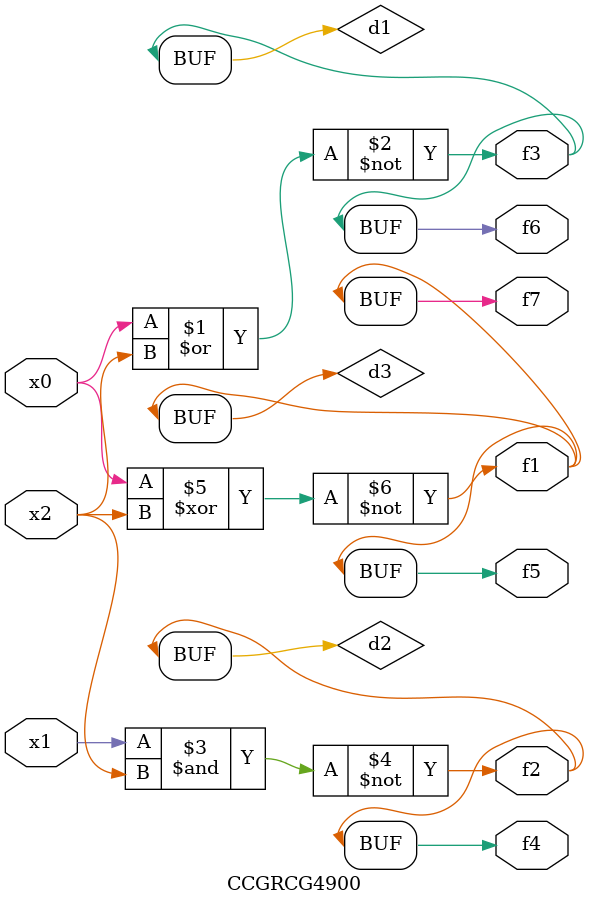
<source format=v>
module CCGRCG4900(
	input x0, x1, x2,
	output f1, f2, f3, f4, f5, f6, f7
);

	wire d1, d2, d3;

	nor (d1, x0, x2);
	nand (d2, x1, x2);
	xnor (d3, x0, x2);
	assign f1 = d3;
	assign f2 = d2;
	assign f3 = d1;
	assign f4 = d2;
	assign f5 = d3;
	assign f6 = d1;
	assign f7 = d3;
endmodule

</source>
